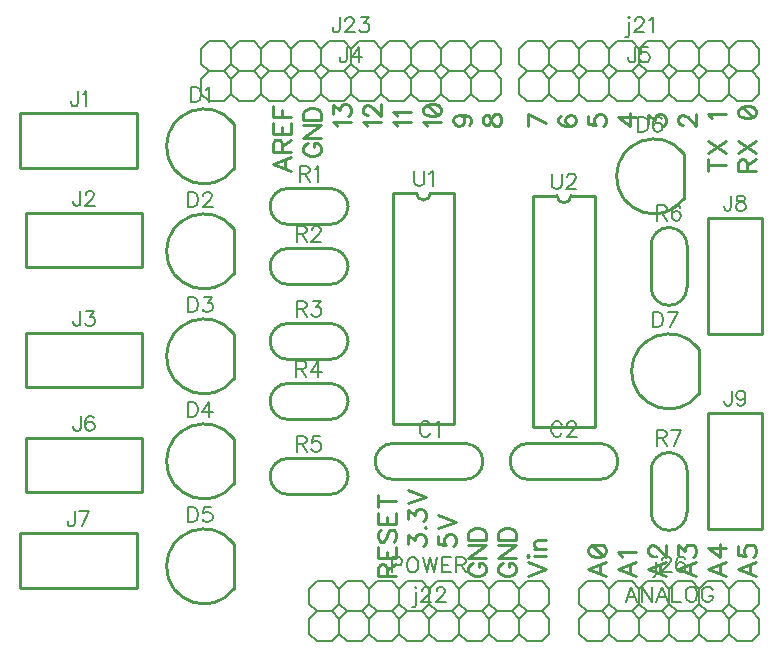
<source format=gbr>
G04 DipTrace 2.4.0.2*
%INTopSilk.gbr*%
%MOIN*%
%ADD10C,0.0098*%
%ADD16C,0.006*%
%ADD47C,0.0077*%
%ADD48C,0.0093*%
%FSLAX44Y44*%
G04*
G70*
G90*
G75*
G01*
%LNTopSilk*%
%LPD*%
X26690Y5440D2*
D16*
X27190D1*
X27440Y5190D1*
Y4690D1*
X27190Y4440D1*
X27440Y5190D2*
X27690Y5440D1*
X28190D1*
X28440Y5190D1*
Y4690D1*
X28190Y4440D1*
X27690D1*
X27440Y4690D1*
X25440Y5190D2*
X25690Y5440D1*
X26190D1*
X26440Y5190D1*
Y4690D1*
X26190Y4440D1*
X25690D1*
X25440Y4690D1*
X26690Y5440D2*
X26440Y5190D1*
Y4690D2*
X26690Y4440D1*
X27190D2*
X26690D1*
X23690Y5440D2*
X24190D1*
X24440Y5190D1*
Y4690D1*
X24190Y4440D1*
X24440Y5190D2*
X24690Y5440D1*
X25190D1*
X25440Y5190D1*
Y4690D1*
X25190Y4440D1*
X24690D1*
X24440Y4690D1*
X23440Y5190D2*
Y4690D1*
X23690Y5440D2*
X23440Y5190D1*
Y4690D2*
X23690Y4440D1*
X24190D2*
X23690D1*
X28690Y5440D2*
X29190D1*
X29440Y5190D1*
Y4690D1*
X29190Y4440D1*
X28690Y5440D2*
X28440Y5190D1*
Y4690D2*
X28690Y4440D1*
X29190D2*
X28690D1*
X23191Y23440D2*
X22691D1*
X22440Y23690D1*
Y24190D1*
X22691Y24440D1*
X24440Y23690D2*
X24191Y23440D1*
X23691D1*
X23440Y23690D1*
Y24190D1*
X23691Y24440D1*
X24191D1*
X24440Y24190D1*
X23191Y23440D2*
X23440Y23690D1*
Y24190D2*
X23191Y24440D1*
X22691D2*
X23191D1*
X26191Y23440D2*
X25691D1*
X25440Y23690D1*
Y24190D1*
X25691Y24440D1*
X25440Y23690D2*
X25191Y23440D1*
X24690D1*
X24440Y23690D1*
Y24190D1*
X24690Y24440D1*
X25191D1*
X25440Y24190D1*
X27440Y23690D2*
X27191Y23440D1*
X26690D1*
X26440Y23690D1*
Y24190D1*
X26690Y24440D1*
X27191D1*
X27440Y24190D1*
X26191Y23440D2*
X26440Y23690D1*
Y24190D2*
X26191Y24440D1*
X25691D2*
X26191D1*
X29191Y23440D2*
X28690D1*
X28440Y23690D1*
Y24190D1*
X28690Y24440D1*
X28440Y23690D2*
X28191Y23440D1*
X27690D1*
X27440Y23690D1*
Y24190D1*
X27690Y24440D1*
X28191D1*
X28440Y24190D1*
X29440Y23690D2*
Y24190D1*
X29191Y23440D2*
X29440Y23690D1*
Y24190D2*
X29191Y24440D1*
X28690D2*
X29191D1*
X22191Y23440D2*
X21690D1*
X21440Y23690D1*
Y24190D1*
X21690Y24440D1*
X22191Y23440D2*
X22440Y23690D1*
Y24190D2*
X22191Y24440D1*
X21690D2*
X22191D1*
X20690Y5440D2*
X21190D1*
X21440Y5190D1*
Y4690D1*
X21190Y4440D1*
X19440Y5190D2*
X19690Y5440D1*
X20190D1*
X20440Y5190D1*
Y4690D1*
X20190Y4440D1*
X19690D1*
X19440Y4690D1*
X20690Y5440D2*
X20440Y5190D1*
Y4690D2*
X20690Y4440D1*
X21190D2*
X20690D1*
X17690Y5440D2*
X18190D1*
X18440Y5190D1*
Y4690D1*
X18190Y4440D1*
X18440Y5190D2*
X18690Y5440D1*
X19191D1*
X19440Y5190D1*
Y4690D1*
X19191Y4440D1*
X18690D1*
X18440Y4690D1*
X16440Y5190D2*
X16690Y5440D1*
X17191D1*
X17440Y5190D1*
Y4690D1*
X17191Y4440D1*
X16690D1*
X16440Y4690D1*
X17690Y5440D2*
X17440Y5190D1*
Y4690D2*
X17690Y4440D1*
X18190D2*
X17690D1*
X14690Y5440D2*
X15191D1*
X15440Y5190D1*
Y4690D1*
X15191Y4440D1*
X15440Y5190D2*
X15690Y5440D1*
X16191D1*
X16440Y5190D1*
Y4690D1*
X16191Y4440D1*
X15690D1*
X15440Y4690D1*
X14440Y5190D2*
Y4690D1*
X14690Y5440D2*
X14440Y5190D1*
Y4690D2*
X14690Y4440D1*
X15191D2*
X14690D1*
X21690Y5440D2*
X22191D1*
X22440Y5190D1*
Y4690D1*
X22191Y4440D1*
X21690Y5440D2*
X21440Y5190D1*
Y4690D2*
X21690Y4440D1*
X22191D2*
X21690D1*
X12840Y23690D2*
X12590Y23440D1*
X12090D1*
X11840Y23690D1*
Y24190D1*
X12090Y24440D1*
X12590D1*
X12840Y24190D1*
X14590Y23440D2*
X14090D1*
X13840Y23690D1*
Y24190D1*
X14090Y24440D1*
X13840Y23690D2*
X13590Y23440D1*
X13090D1*
X12840Y23690D1*
Y24190D1*
X13090Y24440D1*
X13590D1*
X13840Y24190D1*
X15840Y23690D2*
X15590Y23440D1*
X15090D1*
X14840Y23690D1*
Y24190D1*
X15090Y24440D1*
X15590D1*
X15840Y24190D1*
X14590Y23440D2*
X14840Y23690D1*
Y24190D2*
X14590Y24440D1*
X14090D2*
X14590D1*
X17590Y23440D2*
X17090D1*
X16840Y23690D1*
Y24190D1*
X17090Y24440D1*
X16840Y23690D2*
X16590Y23440D1*
X16090D1*
X15840Y23690D1*
Y24190D1*
X16090Y24440D1*
X16590D1*
X16840Y24190D1*
X18840Y23690D2*
X18590Y23440D1*
X18090D1*
X17840Y23690D1*
Y24190D1*
X18090Y24440D1*
X18590D1*
X18840Y24190D1*
X17590Y23440D2*
X17840Y23690D1*
Y24190D2*
X17590Y24440D1*
X17090D2*
X17590D1*
X20590Y23440D2*
X20090D1*
X19840Y23690D1*
Y24190D1*
X20090Y24440D1*
X19840Y23690D2*
X19590Y23440D1*
X19090D1*
X18840Y23690D1*
Y24190D1*
X19090Y24440D1*
X19590D1*
X19840Y24190D1*
X20840Y23690D2*
Y24190D1*
X20590Y23440D2*
X20840Y23690D1*
Y24190D2*
X20590Y24440D1*
X20090D2*
X20590D1*
X11590Y23440D2*
X11090D1*
X10840Y23690D1*
Y24190D1*
X11090Y24440D1*
X11590Y23440D2*
X11840Y23690D1*
Y24190D2*
X11590Y24440D1*
X11090D2*
X11590D1*
X12840Y22690D2*
X12590Y22440D1*
X12090D1*
X11840Y22690D1*
Y23190D1*
X12090Y23440D1*
X12590D1*
X12840Y23190D1*
X14590Y22440D2*
X14090D1*
X13840Y22690D1*
Y23190D1*
X14090Y23440D1*
X13840Y22690D2*
X13590Y22440D1*
X13090D1*
X12840Y22690D1*
Y23190D1*
X13090Y23440D1*
X13590D1*
X13840Y23190D1*
X15840Y22690D2*
X15590Y22440D1*
X15090D1*
X14840Y22690D1*
Y23190D1*
X15090Y23440D1*
X15590D1*
X15840Y23190D1*
X14590Y22440D2*
X14840Y22690D1*
Y23190D2*
X14590Y23440D1*
X14090D2*
X14590D1*
X17590Y22440D2*
X17090D1*
X16840Y22690D1*
Y23190D1*
X17090Y23440D1*
X16840Y22690D2*
X16590Y22440D1*
X16090D1*
X15840Y22690D1*
Y23190D1*
X16090Y23440D1*
X16590D1*
X16840Y23190D1*
X18840Y22690D2*
X18590Y22440D1*
X18090D1*
X17840Y22690D1*
Y23190D1*
X18090Y23440D1*
X18590D1*
X18840Y23190D1*
X17590Y22440D2*
X17840Y22690D1*
Y23190D2*
X17590Y23440D1*
X17090D2*
X17590D1*
X20590Y22440D2*
X20090D1*
X19840Y22690D1*
Y23190D1*
X20090Y23440D1*
X19840Y22690D2*
X19590Y22440D1*
X19090D1*
X18840Y22690D1*
Y23190D1*
X19090Y23440D1*
X19590D1*
X19840Y23190D1*
X20840Y22690D2*
Y23190D1*
X20590Y22440D2*
X20840Y22690D1*
Y23190D2*
X20590Y23440D1*
X20090D2*
X20590D1*
X11590Y22440D2*
X11090D1*
X10840Y22690D1*
Y23190D1*
X11090Y23440D1*
X11590Y22440D2*
X11840Y22690D1*
Y23190D2*
X11590Y23440D1*
X11090D2*
X11590D1*
X23191Y22440D2*
X22691D1*
X22440Y22690D1*
Y23190D1*
X22691Y23440D1*
X24440Y22690D2*
X24191Y22440D1*
X23691D1*
X23440Y22690D1*
Y23190D1*
X23691Y23440D1*
X24191D1*
X24440Y23190D1*
X23191Y22440D2*
X23440Y22690D1*
Y23190D2*
X23191Y23440D1*
X22691D2*
X23191D1*
X26191Y22440D2*
X25691D1*
X25440Y22690D1*
Y23190D1*
X25691Y23440D1*
X25440Y22690D2*
X25191Y22440D1*
X24690D1*
X24440Y22690D1*
Y23190D1*
X24690Y23440D1*
X25191D1*
X25440Y23190D1*
X27440Y22690D2*
X27191Y22440D1*
X26690D1*
X26440Y22690D1*
Y23190D1*
X26690Y23440D1*
X27191D1*
X27440Y23190D1*
X26191Y22440D2*
X26440Y22690D1*
Y23190D2*
X26191Y23440D1*
X25691D2*
X26191D1*
X29191Y22440D2*
X28690D1*
X28440Y22690D1*
Y23190D1*
X28690Y23440D1*
X28440Y22690D2*
X28191Y22440D1*
X27690D1*
X27440Y22690D1*
Y23190D1*
X27690Y23440D1*
X28191D1*
X28440Y23190D1*
X29440Y22690D2*
Y23190D1*
X29191Y22440D2*
X29440Y22690D1*
Y23190D2*
X29191Y23440D1*
X28690D2*
X29191D1*
X22191Y22440D2*
X21690D1*
X21440Y22690D1*
Y23190D1*
X21690Y23440D1*
X22191Y22440D2*
X22440Y22690D1*
Y23190D2*
X22191Y23440D1*
X21690D2*
X22191D1*
X26690Y6440D2*
X27190D1*
X27440Y6190D1*
Y5690D1*
X27190Y5440D1*
X27440Y6190D2*
X27690Y6440D1*
X28190D1*
X28440Y6190D1*
Y5690D1*
X28190Y5440D1*
X27690D1*
X27440Y5690D1*
X25440Y6190D2*
X25690Y6440D1*
X26190D1*
X26440Y6190D1*
Y5690D1*
X26190Y5440D1*
X25690D1*
X25440Y5690D1*
X26690Y6440D2*
X26440Y6190D1*
Y5690D2*
X26690Y5440D1*
X27190D2*
X26690D1*
X23690Y6440D2*
X24190D1*
X24440Y6190D1*
Y5690D1*
X24190Y5440D1*
X24440Y6190D2*
X24690Y6440D1*
X25190D1*
X25440Y6190D1*
Y5690D1*
X25190Y5440D1*
X24690D1*
X24440Y5690D1*
X23440Y6190D2*
Y5690D1*
X23690Y6440D2*
X23440Y6190D1*
Y5690D2*
X23690Y5440D1*
X24190D2*
X23690D1*
X28690Y6440D2*
X29190D1*
X29440Y6190D1*
Y5690D1*
X29190Y5440D1*
X28690Y6440D2*
X28440Y6190D1*
Y5690D2*
X28690Y5440D1*
X29190D2*
X28690D1*
X20690Y6440D2*
X21190D1*
X21440Y6190D1*
Y5690D1*
X21190Y5440D1*
X19440Y6190D2*
X19690Y6440D1*
X20190D1*
X20440Y6190D1*
Y5690D1*
X20190Y5440D1*
X19690D1*
X19440Y5690D1*
X20690Y6440D2*
X20440Y6190D1*
Y5690D2*
X20690Y5440D1*
X21190D2*
X20690D1*
X17690Y6440D2*
X18190D1*
X18440Y6190D1*
Y5690D1*
X18190Y5440D1*
X18440Y6190D2*
X18690Y6440D1*
X19191D1*
X19440Y6190D1*
Y5690D1*
X19191Y5440D1*
X18690D1*
X18440Y5690D1*
X16440Y6190D2*
X16690Y6440D1*
X17191D1*
X17440Y6190D1*
Y5690D1*
X17191Y5440D1*
X16690D1*
X16440Y5690D1*
X17690Y6440D2*
X17440Y6190D1*
Y5690D2*
X17690Y5440D1*
X18190D2*
X17690D1*
X14690Y6440D2*
X15191D1*
X15440Y6190D1*
Y5690D1*
X15191Y5440D1*
X15440Y6190D2*
X15690Y6440D1*
X16191D1*
X16440Y6190D1*
Y5690D1*
X16191Y5440D1*
X15690D1*
X15440Y5690D1*
X14440Y6190D2*
Y5690D1*
X14690Y6440D2*
X14440Y6190D1*
Y5690D2*
X14690Y5440D1*
X15191D2*
X14690D1*
X21690Y6440D2*
X22191D1*
X22440Y6190D1*
Y5690D1*
X22191Y5440D1*
X21690Y6440D2*
X21440Y6190D1*
Y5690D2*
X21690Y5440D1*
X22191D2*
X21690D1*
X19639Y9840D2*
D10*
X17241D1*
X19639Y11040D2*
X17241D1*
G03X17241Y9840I-1J-600D01*
G01*
X19639D2*
G03X19639Y11040I1J600D01*
G01*
X24139Y9840D2*
X21741D1*
X24139Y11040D2*
X21741D1*
G03X21741Y9840I-1J-600D01*
G01*
X24139D2*
G03X24139Y11040I1J600D01*
G01*
X11940Y21690D2*
Y20191D1*
X11938Y21693D2*
G03X11938Y20188I-998J-752D01*
G01*
X11940Y18190D2*
Y16691D1*
X11938Y18193D2*
G03X11938Y16688I-998J-752D01*
G01*
X11940Y14690D2*
Y13191D1*
X11938Y14693D2*
G03X11938Y13188I-998J-752D01*
G01*
X11940Y11190D2*
Y9691D1*
X11938Y11193D2*
G03X11938Y9688I-998J-752D01*
G01*
X11940Y7690D2*
Y6191D1*
X11938Y7693D2*
G03X11938Y6188I-998J-752D01*
G01*
X26940Y20690D2*
Y19191D1*
X26938Y20693D2*
G03X26938Y19188I-998J-752D01*
G01*
X27440Y14190D2*
Y12691D1*
X27438Y14193D2*
G03X27438Y12688I-998J-752D01*
G01*
X8708Y20231D2*
X4810D1*
Y22043D1*
X8708D1*
Y20231D1*
X8889Y16913D2*
X4991D1*
Y18724D1*
X8889D1*
Y16913D1*
Y12913D2*
X4991D1*
Y14724D1*
X8889D1*
Y12913D1*
Y9413D2*
X4991D1*
Y11224D1*
X8889D1*
Y9413D1*
X8708Y6231D2*
X4810D1*
Y8043D1*
X8708D1*
Y6231D1*
X27731Y14672D2*
X29543D1*
Y18570D1*
X27731D1*
Y14672D1*
Y8172D2*
X29543D1*
Y12070D1*
X27731D1*
Y8172D1*
X15140Y19540D2*
X13741D1*
X15140Y18340D2*
X13741D1*
Y19540D2*
G03X13741Y18340I-1J-600D01*
G01*
X15140D2*
G03X15140Y19540I1J600D01*
G01*
Y17540D2*
X13741D1*
X15140Y16340D2*
X13741D1*
Y17540D2*
G03X13741Y16340I-1J-600D01*
G01*
X15140D2*
G03X15140Y17540I1J600D01*
G01*
Y15040D2*
X13741D1*
X15140Y13840D2*
X13741D1*
Y15040D2*
G03X13741Y13840I-1J-600D01*
G01*
X15140D2*
G03X15140Y15040I1J600D01*
G01*
Y13040D2*
X13741D1*
X15140Y11840D2*
X13741D1*
Y13040D2*
G03X13741Y11840I-1J-600D01*
G01*
X15140D2*
G03X15140Y13040I1J600D01*
G01*
Y10540D2*
X13741D1*
X15140Y9340D2*
X13741D1*
Y10540D2*
G03X13741Y9340I-1J-600D01*
G01*
X15140D2*
G03X15140Y10540I1J600D01*
G01*
X25840Y17640D2*
Y16241D1*
X27040Y17640D2*
Y16241D1*
X25840D2*
G03X27040Y16241I600J-1D01*
G01*
Y17640D2*
G03X25840Y17640I-600J1D01*
G01*
X27040Y8741D2*
Y10140D1*
X25840Y8741D2*
Y10140D1*
X27040D2*
G03X25840Y10140I-600J1D01*
G01*
Y8741D2*
G03X27040Y8741I600J-1D01*
G01*
X19280Y19389D2*
Y11672D1*
X17233D2*
X19280D1*
X17233Y19389D2*
Y11672D1*
Y19389D2*
X18020D1*
X19280D2*
X18492D1*
X18020D2*
G03X18492Y19389I236J0D01*
G01*
X23964Y19298D2*
Y11582D1*
X21916D2*
X23964D1*
X21916Y19298D2*
Y11582D1*
Y19298D2*
X22704D1*
X23964D2*
X23176D1*
X22704D2*
G03X23176Y19298I236J0D01*
G01*
X25373Y5765D2*
D47*
X25181Y6268D1*
X24990Y5765D1*
X25062Y5933D2*
X25301D1*
X25862Y6268D2*
Y5765D1*
X25527Y6268D1*
Y5765D1*
X26399D2*
X26208Y6268D1*
X26016Y5765D1*
X26088Y5933D2*
X26328D1*
X26554Y6268D2*
Y5765D1*
X26841D1*
X27139Y6268D2*
X27091Y6244D1*
X27043Y6196D1*
X27019Y6148D1*
X26995Y6077D1*
Y5957D1*
X27019Y5885D1*
X27043Y5837D1*
X27091Y5790D1*
X27139Y5765D1*
X27234D1*
X27282Y5790D1*
X27330Y5837D1*
X27354Y5885D1*
X27378Y5957D1*
Y6077D1*
X27354Y6148D1*
X27330Y6196D1*
X27282Y6244D1*
X27234Y6268D1*
X27139D1*
X27891Y6148D2*
X27867Y6196D1*
X27819Y6244D1*
X27771Y6268D1*
X27676D1*
X27628Y6244D1*
X27580Y6196D1*
X27556Y6148D1*
X27532Y6077D1*
Y5957D1*
X27556Y5885D1*
X27580Y5837D1*
X27628Y5790D1*
X27676Y5765D1*
X27771D1*
X27819Y5790D1*
X27867Y5837D1*
X27891Y5885D1*
Y5957D1*
X27771D1*
X25082Y25243D2*
X25106Y25219D1*
X25130Y25243D1*
X25106Y25266D1*
X25082Y25243D1*
X25106Y25075D2*
Y24668D1*
X25082Y24597D1*
X25035Y24573D1*
X24986D1*
X25309Y25122D2*
Y25146D1*
X25333Y25194D1*
X25356Y25218D1*
X25405Y25242D1*
X25500D1*
X25548Y25218D1*
X25571Y25194D1*
X25596Y25146D1*
Y25098D1*
X25571Y25050D1*
X25524Y24979D1*
X25285Y24740D1*
X25620D1*
X25774Y25146D2*
X25822Y25170D1*
X25894Y25242D1*
Y24740D1*
X17975Y6243D2*
X17999Y6219D1*
X18023Y6243D1*
X17999Y6266D1*
X17975Y6243D1*
X17999Y6075D2*
Y5668D1*
X17975Y5597D1*
X17927Y5573D1*
X17879D1*
X18201Y6122D2*
Y6146D1*
X18225Y6194D1*
X18249Y6218D1*
X18297Y6242D1*
X18393D1*
X18440Y6218D1*
X18464Y6194D1*
X18488Y6146D1*
Y6098D1*
X18464Y6050D1*
X18416Y5979D1*
X18177Y5740D1*
X18512D1*
X18691Y6122D2*
Y6146D1*
X18714Y6194D1*
X18738Y6218D1*
X18786Y6242D1*
X18882D1*
X18929Y6218D1*
X18953Y6194D1*
X18978Y6146D1*
Y6098D1*
X18953Y6050D1*
X18906Y5979D1*
X18666Y5740D1*
X19001D1*
X15470Y25242D2*
Y24860D1*
X15447Y24788D1*
X15422Y24764D1*
X15375Y24740D1*
X15327D1*
X15279Y24764D1*
X15255Y24788D1*
X15231Y24860D1*
Y24907D1*
X15649Y25122D2*
Y25146D1*
X15673Y25194D1*
X15697Y25218D1*
X15745Y25242D1*
X15840D1*
X15888Y25218D1*
X15912Y25194D1*
X15936Y25146D1*
Y25098D1*
X15912Y25050D1*
X15864Y24979D1*
X15625Y24740D1*
X15960D1*
X16162Y25242D2*
X16425D1*
X16282Y25050D1*
X16354D1*
X16401Y25027D1*
X16425Y25003D1*
X16449Y24931D1*
Y24883D1*
X16425Y24812D1*
X16377Y24763D1*
X16305Y24740D1*
X16234D1*
X16162Y24763D1*
X16139Y24788D1*
X16114Y24835D1*
X15703Y24242D2*
Y23860D1*
X15680Y23788D1*
X15655Y23764D1*
X15608Y23740D1*
X15560D1*
X15512Y23764D1*
X15488Y23788D1*
X15464Y23860D1*
Y23907D1*
X16097Y23740D2*
Y24242D1*
X15858Y23907D1*
X16216D1*
X25315Y24242D2*
Y23860D1*
X25291Y23788D1*
X25267Y23764D1*
X25220Y23740D1*
X25171D1*
X25124Y23764D1*
X25100Y23788D1*
X25076Y23860D1*
Y23907D1*
X25756Y24242D2*
X25518D1*
X25494Y24027D1*
X25518Y24050D1*
X25589Y24075D1*
X25661D1*
X25733Y24050D1*
X25781Y24003D1*
X25804Y23931D1*
Y23883D1*
X25781Y23812D1*
X25733Y23763D1*
X25661Y23740D1*
X25589D1*
X25518Y23763D1*
X25494Y23788D1*
X25470Y23835D1*
X25987Y7268D2*
X26011Y7245D1*
X26035Y7268D1*
X26011Y7292D1*
X25987Y7268D1*
X26011Y7101D2*
Y6694D1*
X25987Y6622D1*
X25939Y6599D1*
X25891D1*
X26214Y7148D2*
Y7172D1*
X26237Y7220D1*
X26261Y7244D1*
X26309Y7267D1*
X26405D1*
X26452Y7244D1*
X26476Y7220D1*
X26500Y7172D1*
Y7124D1*
X26476Y7076D1*
X26429Y7005D1*
X26189Y6765D1*
X26524D1*
X26965Y7196D2*
X26942Y7244D1*
X26870Y7267D1*
X26822D1*
X26750Y7244D1*
X26702Y7172D1*
X26679Y7052D1*
Y6933D1*
X26702Y6837D1*
X26750Y6789D1*
X26822Y6765D1*
X26846D1*
X26917Y6789D1*
X26965Y6837D1*
X26989Y6909D1*
Y6933D1*
X26965Y7005D1*
X26917Y7052D1*
X26846Y7076D1*
X26822D1*
X26750Y7052D1*
X26702Y7005D1*
X26679Y6933D1*
X17211Y6979D2*
X17426D1*
X17497Y7003D1*
X17522Y7027D1*
X17546Y7075D1*
Y7146D1*
X17522Y7194D1*
X17497Y7218D1*
X17426Y7242D1*
X17211D1*
Y6740D1*
X17844Y7242D2*
X17796Y7218D1*
X17748Y7170D1*
X17724Y7123D1*
X17700Y7051D1*
Y6931D1*
X17724Y6860D1*
X17748Y6812D1*
X17796Y6764D1*
X17844Y6740D1*
X17939D1*
X17987Y6764D1*
X18035Y6812D1*
X18059Y6860D1*
X18082Y6931D1*
Y7051D1*
X18059Y7123D1*
X18035Y7170D1*
X17987Y7218D1*
X17939Y7242D1*
X17844D1*
X18237D2*
X18357Y6740D1*
X18476Y7242D1*
X18595Y6740D1*
X18715Y7242D1*
X19180D2*
X18870D1*
Y6740D1*
X19180D1*
X18870Y7003D2*
X19061D1*
X19335D2*
X19550D1*
X19622Y7027D1*
X19646Y7051D1*
X19670Y7098D1*
Y7146D1*
X19646Y7194D1*
X19622Y7218D1*
X19550Y7242D1*
X19335D1*
Y6740D1*
X19502Y7003D2*
X19670Y6740D1*
X18482Y11653D2*
X18459Y11701D1*
X18410Y11749D1*
X18363Y11772D1*
X18267D1*
X18219Y11749D1*
X18172Y11701D1*
X18147Y11653D1*
X18124Y11581D1*
Y11461D1*
X18147Y11390D1*
X18172Y11342D1*
X18219Y11294D1*
X18267Y11270D1*
X18363D1*
X18410Y11294D1*
X18459Y11342D1*
X18482Y11390D1*
X18637Y11676D2*
X18685Y11701D1*
X18757Y11772D1*
Y11270D1*
X22875Y11653D2*
X22851Y11701D1*
X22803Y11749D1*
X22755Y11772D1*
X22660D1*
X22612Y11749D1*
X22564Y11701D1*
X22540Y11653D1*
X22516Y11581D1*
Y11461D1*
X22540Y11390D1*
X22564Y11342D1*
X22612Y11294D1*
X22660Y11270D1*
X22755D1*
X22803Y11294D1*
X22851Y11342D1*
X22875Y11390D1*
X23054Y11652D2*
Y11676D1*
X23077Y11724D1*
X23101Y11748D1*
X23149Y11772D1*
X23245D1*
X23292Y11748D1*
X23316Y11724D1*
X23340Y11676D1*
Y11629D1*
X23316Y11581D1*
X23269Y11509D1*
X23029Y11270D1*
X23364D1*
X10510Y22922D2*
Y22420D1*
X10678D1*
X10750Y22444D1*
X10798Y22492D1*
X10822Y22540D1*
X10845Y22611D1*
Y22731D1*
X10822Y22803D1*
X10798Y22850D1*
X10750Y22898D1*
X10678Y22922D1*
X10510D1*
X11000Y22826D2*
X11048Y22850D1*
X11120Y22922D1*
Y22420D1*
X10403Y19422D2*
Y18920D1*
X10570D1*
X10642Y18944D1*
X10690Y18992D1*
X10714Y19040D1*
X10738Y19111D1*
Y19231D1*
X10714Y19303D1*
X10690Y19350D1*
X10642Y19398D1*
X10570Y19422D1*
X10403D1*
X10917Y19302D2*
Y19326D1*
X10940Y19374D1*
X10964Y19398D1*
X11012Y19422D1*
X11108D1*
X11155Y19398D1*
X11179Y19374D1*
X11203Y19326D1*
Y19278D1*
X11179Y19230D1*
X11132Y19159D1*
X10892Y18920D1*
X11227D1*
X10403Y15922D2*
Y15420D1*
X10570D1*
X10642Y15444D1*
X10690Y15492D1*
X10714Y15540D1*
X10738Y15611D1*
Y15731D1*
X10714Y15803D1*
X10690Y15850D1*
X10642Y15898D1*
X10570Y15922D1*
X10403D1*
X10940D2*
X11203D1*
X11060Y15730D1*
X11132D1*
X11179Y15707D1*
X11203Y15683D1*
X11227Y15611D1*
Y15563D1*
X11203Y15492D1*
X11155Y15444D1*
X11084Y15420D1*
X11012D1*
X10940Y15444D1*
X10917Y15468D1*
X10892Y15515D1*
X10391Y12422D2*
Y11920D1*
X10559D1*
X10630Y11944D1*
X10678Y11992D1*
X10702Y12040D1*
X10726Y12111D1*
Y12231D1*
X10702Y12303D1*
X10678Y12350D1*
X10630Y12398D1*
X10559Y12422D1*
X10391D1*
X11120Y11920D2*
Y12422D1*
X10880Y12087D1*
X11239D1*
X10403Y8922D2*
Y8420D1*
X10570D1*
X10642Y8444D1*
X10690Y8492D1*
X10714Y8540D1*
X10738Y8611D1*
Y8731D1*
X10714Y8803D1*
X10690Y8850D1*
X10642Y8898D1*
X10570Y8922D1*
X10403D1*
X11179D2*
X10940D1*
X10917Y8707D1*
X10940Y8730D1*
X11012Y8755D1*
X11084D1*
X11155Y8730D1*
X11203Y8683D1*
X11227Y8611D1*
Y8563D1*
X11203Y8492D1*
X11155Y8444D1*
X11084Y8420D1*
X11012D1*
X10940Y8444D1*
X10917Y8468D1*
X10892Y8515D1*
X25415Y21922D2*
Y21420D1*
X25583D1*
X25654Y21444D1*
X25703Y21492D1*
X25726Y21540D1*
X25750Y21611D1*
Y21731D1*
X25726Y21803D1*
X25703Y21850D1*
X25654Y21898D1*
X25583Y21922D1*
X25415D1*
X26191Y21850D2*
X26168Y21898D1*
X26096Y21922D1*
X26048D1*
X25976Y21898D1*
X25928Y21826D1*
X25904Y21707D1*
Y21587D1*
X25928Y21492D1*
X25976Y21444D1*
X26048Y21420D1*
X26072D1*
X26143Y21444D1*
X26191Y21492D1*
X26215Y21563D1*
Y21587D1*
X26191Y21659D1*
X26143Y21707D1*
X26072Y21730D1*
X26048D1*
X25976Y21707D1*
X25928Y21659D1*
X25904Y21587D1*
X25903Y15422D2*
Y14920D1*
X26070D1*
X26142Y14944D1*
X26190Y14992D1*
X26214Y15040D1*
X26238Y15111D1*
Y15231D1*
X26214Y15303D1*
X26190Y15350D1*
X26142Y15398D1*
X26070Y15422D1*
X25903D1*
X26488Y14920D2*
X26727Y15422D1*
X26392D1*
X6742Y22775D2*
Y22392D1*
X6718Y22320D1*
X6693Y22297D1*
X6646Y22272D1*
X6598D1*
X6550Y22297D1*
X6527Y22320D1*
X6502Y22392D1*
Y22440D1*
X6896Y22679D2*
X6944Y22703D1*
X7016Y22774D1*
Y22272D1*
X6815Y19456D2*
Y19073D1*
X6791Y19002D1*
X6767Y18978D1*
X6720Y18953D1*
X6671D1*
X6624Y18978D1*
X6600Y19002D1*
X6576Y19073D1*
Y19121D1*
X6994Y19336D2*
Y19360D1*
X7018Y19408D1*
X7041Y19432D1*
X7089Y19455D1*
X7185D1*
X7233Y19432D1*
X7256Y19408D1*
X7281Y19360D1*
Y19312D1*
X7256Y19264D1*
X7209Y19193D1*
X6970Y18953D1*
X7304D1*
X6815Y15456D2*
Y15073D1*
X6791Y15002D1*
X6767Y14978D1*
X6720Y14953D1*
X6671D1*
X6624Y14978D1*
X6600Y15002D1*
X6576Y15073D1*
Y15121D1*
X7018Y15455D2*
X7280D1*
X7137Y15264D1*
X7209D1*
X7256Y15240D1*
X7280Y15217D1*
X7304Y15145D1*
Y15097D1*
X7280Y15025D1*
X7233Y14977D1*
X7161Y14953D1*
X7089D1*
X7018Y14977D1*
X6994Y15002D1*
X6970Y15049D1*
X6827Y11956D2*
Y11573D1*
X6804Y11502D1*
X6779Y11478D1*
X6732Y11453D1*
X6684D1*
X6636Y11478D1*
X6612Y11502D1*
X6588Y11573D1*
Y11621D1*
X7269Y11884D2*
X7245Y11932D1*
X7173Y11955D1*
X7125D1*
X7054Y11932D1*
X7005Y11860D1*
X6982Y11740D1*
Y11621D1*
X7005Y11525D1*
X7054Y11477D1*
X7125Y11453D1*
X7149D1*
X7220Y11477D1*
X7269Y11525D1*
X7292Y11597D1*
Y11621D1*
X7269Y11693D1*
X7220Y11740D1*
X7149Y11764D1*
X7125D1*
X7054Y11740D1*
X7005Y11693D1*
X6982Y11621D1*
X6634Y8775D2*
Y8392D1*
X6610Y8320D1*
X6586Y8297D1*
X6538Y8272D1*
X6490D1*
X6443Y8297D1*
X6419Y8320D1*
X6395Y8392D1*
Y8440D1*
X6884Y8272D2*
X7123Y8774D1*
X6788D1*
X28512Y19302D2*
Y18920D1*
X28489Y18848D1*
X28464Y18824D1*
X28417Y18800D1*
X28369D1*
X28321Y18824D1*
X28297Y18848D1*
X28273Y18920D1*
Y18967D1*
X28786Y19302D2*
X28715Y19278D1*
X28690Y19230D1*
Y19182D1*
X28715Y19135D1*
X28762Y19111D1*
X28858Y19087D1*
X28930Y19063D1*
X28977Y19015D1*
X29001Y18967D1*
Y18896D1*
X28977Y18848D1*
X28954Y18824D1*
X28882Y18800D1*
X28786D1*
X28715Y18824D1*
X28690Y18848D1*
X28667Y18896D1*
Y18967D1*
X28690Y19015D1*
X28739Y19063D1*
X28810Y19087D1*
X28905Y19111D1*
X28954Y19135D1*
X28977Y19182D1*
Y19230D1*
X28954Y19278D1*
X28882Y19302D1*
X28786D1*
X28524Y12802D2*
Y12420D1*
X28500Y12348D1*
X28476Y12324D1*
X28428Y12300D1*
X28380D1*
X28333Y12324D1*
X28309Y12348D1*
X28285Y12420D1*
Y12467D1*
X28989Y12635D2*
X28965Y12563D1*
X28918Y12515D1*
X28846Y12491D1*
X28822D1*
X28750Y12515D1*
X28703Y12563D1*
X28678Y12635D1*
Y12659D1*
X28703Y12730D1*
X28750Y12778D1*
X28822Y12802D1*
X28846D1*
X28918Y12778D1*
X28965Y12730D1*
X28989Y12635D1*
Y12515D1*
X28965Y12396D1*
X28918Y12324D1*
X28846Y12300D1*
X28798D1*
X28726Y12324D1*
X28703Y12372D1*
X14136Y20033D2*
X14351D1*
X14422Y20057D1*
X14447Y20081D1*
X14470Y20129D1*
Y20177D1*
X14447Y20224D1*
X14422Y20249D1*
X14351Y20272D1*
X14136D1*
Y19770D1*
X14303Y20033D2*
X14470Y19770D1*
X14625Y20176D2*
X14673Y20201D1*
X14745Y20272D1*
Y19770D1*
X14028Y18033D2*
X14243D1*
X14315Y18057D1*
X14339Y18081D1*
X14363Y18129D1*
Y18177D1*
X14339Y18224D1*
X14315Y18249D1*
X14243Y18272D1*
X14028D1*
Y17770D1*
X14195Y18033D2*
X14363Y17770D1*
X14542Y18152D2*
Y18176D1*
X14565Y18224D1*
X14589Y18248D1*
X14637Y18272D1*
X14733D1*
X14780Y18248D1*
X14804Y18224D1*
X14829Y18176D1*
Y18129D1*
X14804Y18081D1*
X14757Y18009D1*
X14517Y17770D1*
X14852D1*
X14028Y15533D2*
X14243D1*
X14315Y15557D1*
X14339Y15581D1*
X14363Y15629D1*
Y15677D1*
X14339Y15724D1*
X14315Y15749D1*
X14243Y15772D1*
X14028D1*
Y15270D1*
X14195Y15533D2*
X14363Y15270D1*
X14565Y15772D2*
X14828D1*
X14685Y15581D1*
X14757D1*
X14804Y15557D1*
X14828Y15533D1*
X14852Y15461D1*
Y15414D1*
X14828Y15342D1*
X14780Y15294D1*
X14709Y15270D1*
X14637D1*
X14565Y15294D1*
X14542Y15318D1*
X14517Y15366D1*
X14016Y13533D2*
X14231D1*
X14303Y13557D1*
X14327Y13581D1*
X14351Y13629D1*
Y13677D1*
X14327Y13724D1*
X14303Y13749D1*
X14231Y13772D1*
X14016D1*
Y13270D1*
X14184Y13533D2*
X14351Y13270D1*
X14745D2*
Y13772D1*
X14505Y13437D1*
X14864D1*
X14028Y11033D2*
X14243D1*
X14315Y11057D1*
X14339Y11081D1*
X14363Y11129D1*
Y11177D1*
X14339Y11224D1*
X14315Y11249D1*
X14243Y11272D1*
X14028D1*
Y10770D1*
X14195Y11033D2*
X14363Y10770D1*
X14804Y11272D2*
X14565D1*
X14542Y11057D1*
X14565Y11081D1*
X14637Y11105D1*
X14709D1*
X14780Y11081D1*
X14829Y11033D1*
X14852Y10961D1*
Y10914D1*
X14829Y10842D1*
X14780Y10794D1*
X14709Y10770D1*
X14637D1*
X14565Y10794D1*
X14542Y10818D1*
X14517Y10866D1*
X26040Y18733D2*
X26255D1*
X26327Y18757D1*
X26351Y18781D1*
X26375Y18829D1*
Y18877D1*
X26351Y18924D1*
X26327Y18949D1*
X26255Y18972D1*
X26040D1*
Y18470D1*
X26208Y18733D2*
X26375Y18470D1*
X26816Y18901D2*
X26793Y18948D1*
X26721Y18972D1*
X26673D1*
X26601Y18948D1*
X26553Y18876D1*
X26530Y18757D1*
Y18637D1*
X26553Y18542D1*
X26601Y18494D1*
X26673Y18470D1*
X26697D1*
X26768Y18494D1*
X26816Y18542D1*
X26840Y18614D1*
Y18637D1*
X26816Y18709D1*
X26768Y18757D1*
X26697Y18781D1*
X26673D1*
X26601Y18757D1*
X26553Y18709D1*
X26530Y18637D1*
X26028Y11233D2*
X26243D1*
X26315Y11257D1*
X26339Y11281D1*
X26363Y11329D1*
Y11377D1*
X26339Y11424D1*
X26315Y11449D1*
X26243Y11472D1*
X26028D1*
Y10970D1*
X26195Y11233D2*
X26363Y10970D1*
X26613D2*
X26852Y11472D1*
X26517D1*
X17952Y20121D2*
Y19763D1*
X17975Y19691D1*
X18023Y19643D1*
X18095Y19619D1*
X18143D1*
X18215Y19643D1*
X18263Y19691D1*
X18287Y19763D1*
Y20121D1*
X18441Y20025D2*
X18489Y20049D1*
X18561Y20121D1*
Y19619D1*
X22528Y20031D2*
Y19672D1*
X22552Y19600D1*
X22600Y19553D1*
X22672Y19528D1*
X22719D1*
X22791Y19553D1*
X22839Y19600D1*
X22863Y19672D1*
Y20031D1*
X23042Y19911D2*
Y19934D1*
X23065Y19983D1*
X23089Y20006D1*
X23137Y20030D1*
X23233D1*
X23280Y20006D1*
X23304Y19983D1*
X23329Y19934D1*
Y19887D1*
X23304Y19839D1*
X23257Y19768D1*
X23017Y19528D1*
X23352D1*
X17034Y6621D2*
D48*
Y6879D1*
X17005Y6965D1*
X16976Y6994D1*
X16919Y7023D1*
X16862D1*
X16805Y6994D1*
X16775Y6965D1*
X16747Y6879D1*
Y6621D1*
X17350D1*
X17034Y6822D2*
X17350Y7023D1*
X16747Y7581D2*
Y7208D1*
X17350D1*
Y7581D1*
X17034Y7208D2*
Y7437D1*
X16833Y8168D2*
X16775Y8111D1*
X16747Y8025D1*
Y7910D1*
X16775Y7824D1*
X16833Y7766D1*
X16890D1*
X16948Y7795D1*
X16976Y7824D1*
X17005Y7881D1*
X17063Y8053D1*
X17091Y8111D1*
X17120Y8139D1*
X17177Y8168D1*
X17263D1*
X17321Y8111D1*
X17350Y8025D1*
Y7910D1*
X17321Y7824D1*
X17263Y7766D1*
X16747Y8726D2*
Y8353D1*
X17350D1*
Y8726D1*
X17034Y8353D2*
Y8583D1*
X16747Y9112D2*
X17350D1*
X16747Y8911D2*
Y9313D1*
X18748Y7965D2*
Y7678D1*
X19005Y7650D1*
X18977Y7678D1*
X18948Y7765D1*
Y7850D1*
X18977Y7936D1*
X19034Y7994D1*
X19120Y8023D1*
X19177D1*
X19263Y7994D1*
X19321Y7936D1*
X19350Y7850D1*
Y7765D1*
X19321Y7678D1*
X19292Y7650D1*
X19235Y7621D1*
X18747Y8208D2*
X19350Y8437D1*
X18747Y8667D1*
X29350Y7080D2*
X28747Y6850D1*
X29350Y6621D1*
X29149Y6707D2*
Y6994D1*
X28748Y7610D2*
Y7323D1*
X29005Y7295D1*
X28977Y7323D1*
X28948Y7410D1*
Y7495D1*
X28977Y7581D1*
X29034Y7639D1*
X29120Y7668D1*
X29177D1*
X29263Y7639D1*
X29321Y7581D1*
X29350Y7495D1*
Y7410D1*
X29321Y7323D1*
X29292Y7295D1*
X29235Y7266D1*
X29034Y20121D2*
Y20379D1*
X29005Y20465D1*
X28976Y20494D1*
X28919Y20523D1*
X28862D1*
X28805Y20494D1*
X28775Y20465D1*
X28747Y20379D1*
Y20121D1*
X29350D1*
X29034Y20322D2*
X29350Y20523D1*
X28747Y20708D2*
X29350Y21110D1*
X28747D2*
X29350Y20708D1*
X28748Y22051D2*
X28776Y21965D1*
X28862Y21907D1*
X29005Y21878D1*
X29092D1*
X29235Y21907D1*
X29321Y21965D1*
X29350Y22051D1*
Y22108D1*
X29321Y22194D1*
X29235Y22251D1*
X29092Y22280D1*
X29005D1*
X28862Y22251D1*
X28776Y22194D1*
X28748Y22108D1*
Y22051D1*
X28862Y22251D2*
X29235Y21907D1*
X17748Y7678D2*
Y7993D1*
X17977Y7822D1*
Y7908D1*
X18005Y7965D1*
X18034Y7993D1*
X18120Y8023D1*
X18177D1*
X18263Y7993D1*
X18321Y7936D1*
X18350Y7850D1*
Y7764D1*
X18321Y7678D1*
X18292Y7650D1*
X18235Y7621D1*
X18292Y8236D2*
X18321Y8208D1*
X18350Y8236D1*
X18321Y8266D1*
X18292Y8236D1*
X17748Y8509D2*
Y8824D1*
X17977Y8652D1*
Y8738D1*
X18005Y8795D1*
X18034Y8824D1*
X18120Y8853D1*
X18177D1*
X18263Y8824D1*
X18321Y8767D1*
X18350Y8680D1*
Y8594D1*
X18321Y8509D1*
X18292Y8480D1*
X18235Y8451D1*
X17747Y9038D2*
X18350Y9268D1*
X17747Y9497D1*
X19890Y7051D2*
X19833Y7023D1*
X19775Y6965D1*
X19747Y6908D1*
Y6793D1*
X19775Y6735D1*
X19833Y6678D1*
X19890Y6649D1*
X19976Y6621D1*
X20120D1*
X20206Y6649D1*
X20263Y6678D1*
X20321Y6735D1*
X20350Y6793D1*
Y6908D1*
X20321Y6965D1*
X20263Y7023D1*
X20206Y7051D1*
X20120D1*
Y6908D1*
X19747Y7638D2*
X20350D1*
X19747Y7236D1*
X20350D1*
X19747Y7824D2*
X20350D1*
Y8025D1*
X20321Y8111D1*
X20263Y8169D1*
X20206Y8197D1*
X20120Y8226D1*
X19976D1*
X19890Y8197D1*
X19833Y8169D1*
X19775Y8111D1*
X19747Y8025D1*
Y7824D1*
X20890Y7051D2*
X20833Y7023D1*
X20775Y6965D1*
X20747Y6908D1*
Y6793D1*
X20775Y6735D1*
X20833Y6678D1*
X20890Y6649D1*
X20976Y6621D1*
X21120D1*
X21206Y6649D1*
X21263Y6678D1*
X21321Y6735D1*
X21350Y6793D1*
Y6908D1*
X21321Y6965D1*
X21263Y7023D1*
X21206Y7051D1*
X21120D1*
Y6908D1*
X20747Y7638D2*
X21350D1*
X20747Y7236D1*
X21350D1*
X20747Y7824D2*
X21350D1*
Y8025D1*
X21321Y8111D1*
X21263Y8169D1*
X21206Y8197D1*
X21120Y8226D1*
X20976D1*
X20890Y8197D1*
X20833Y8169D1*
X20775Y8111D1*
X20747Y8025D1*
Y7824D1*
X21747Y6621D2*
X22350Y6850D1*
X21747Y7080D1*
Y7265D2*
X21775Y7294D1*
X21747Y7323D1*
X21718Y7294D1*
X21747Y7265D1*
X21948Y7294D2*
X22350D1*
X21948Y7508D2*
X22350D1*
X22063D2*
X21976Y7594D1*
X21948Y7652D1*
Y7737D1*
X21976Y7795D1*
X22063Y7824D1*
X22350D1*
X28350Y7080D2*
X27747Y6850D1*
X28350Y6621D1*
X28149Y6707D2*
Y6994D1*
X28350Y7553D2*
X27748D1*
X28149Y7266D1*
Y7696D1*
X27350Y7080D2*
X26747Y6850D1*
X27350Y6621D1*
X27149Y6707D2*
Y6994D1*
X26748Y7323D2*
Y7638D1*
X26977Y7467D1*
Y7553D1*
X27005Y7610D1*
X27034Y7638D1*
X27120Y7668D1*
X27177D1*
X27263Y7638D1*
X27321Y7581D1*
X27350Y7495D1*
Y7409D1*
X27321Y7323D1*
X27292Y7295D1*
X27235Y7266D1*
X26350Y7080D2*
X25747Y6850D1*
X26350Y6621D1*
X26149Y6707D2*
Y6994D1*
X25891Y7295D2*
X25862D1*
X25805Y7323D1*
X25776Y7352D1*
X25748Y7410D1*
Y7524D1*
X25776Y7581D1*
X25805Y7610D1*
X25862Y7639D1*
X25919D1*
X25977Y7610D1*
X26063Y7553D1*
X26350Y7266D1*
Y7668D1*
X25350Y7080D2*
X24747Y6850D1*
X25350Y6621D1*
X25149Y6707D2*
Y6994D1*
X24862Y7266D2*
X24833Y7323D1*
X24748Y7410D1*
X25350D1*
X24350Y7080D2*
X23747Y6850D1*
X24350Y6621D1*
X24149Y6707D2*
Y6994D1*
X23748Y7438D2*
X23776Y7352D1*
X23862Y7294D1*
X24005Y7266D1*
X24092D1*
X24235Y7294D1*
X24321Y7352D1*
X24350Y7438D1*
Y7495D1*
X24321Y7581D1*
X24235Y7638D1*
X24092Y7668D1*
X24005D1*
X23862Y7638D1*
X23776Y7581D1*
X23748Y7495D1*
Y7438D1*
X23862Y7638D2*
X24235Y7294D1*
X27747Y20322D2*
X28350D1*
X27747Y20121D2*
Y20523D1*
Y20708D2*
X28350Y21110D1*
X27747D2*
X28350Y20708D1*
X27862Y21878D2*
X27833Y21936D1*
X27748Y22022D1*
X28350D1*
X26891Y21650D2*
X26862D1*
X26805Y21678D1*
X26776Y21707D1*
X26748Y21765D1*
Y21879D1*
X26776Y21936D1*
X26805Y21965D1*
X26862Y21994D1*
X26919D1*
X26977Y21965D1*
X27063Y21908D1*
X27350Y21621D1*
Y22023D1*
X25350Y21908D2*
X24748D1*
X25149Y21621D1*
Y22051D1*
X23748Y21965D2*
Y21678D1*
X24005Y21650D1*
X23977Y21678D1*
X23948Y21765D1*
Y21850D1*
X23977Y21936D1*
X24034Y21994D1*
X24120Y22023D1*
X24177D1*
X24263Y21994D1*
X24321Y21936D1*
X24350Y21850D1*
Y21765D1*
X24321Y21678D1*
X24292Y21650D1*
X24235Y21621D1*
X22833Y21965D2*
X22776Y21936D1*
X22748Y21850D1*
Y21793D1*
X22776Y21707D1*
X22862Y21649D1*
X23005Y21621D1*
X23149D1*
X23263Y21649D1*
X23321Y21707D1*
X23350Y21793D1*
Y21822D1*
X23321Y21907D1*
X23263Y21965D1*
X23177Y21993D1*
X23149D1*
X23063Y21965D1*
X23005Y21907D1*
X22977Y21822D1*
Y21793D1*
X23005Y21707D1*
X23063Y21649D1*
X23149Y21621D1*
X25748Y21678D2*
Y21993D1*
X25977Y21822D1*
Y21908D1*
X26005Y21965D1*
X26034Y21993D1*
X26120Y22023D1*
X26177D1*
X26263Y21993D1*
X26321Y21936D1*
X26350Y21850D1*
Y21764D1*
X26321Y21678D1*
X26292Y21650D1*
X26235Y21621D1*
X22350Y21735D2*
X21748Y22023D1*
Y21621D1*
X15362D2*
X15333Y21678D1*
X15248Y21765D1*
X15850D1*
X15248Y22008D2*
Y22323D1*
X15477Y22151D1*
Y22237D1*
X15505Y22294D1*
X15534Y22323D1*
X15620Y22352D1*
X15677D1*
X15763Y22323D1*
X15821Y22266D1*
X15850Y22179D1*
Y22093D1*
X15821Y22008D1*
X15792Y21979D1*
X15735Y21950D1*
X19448Y21994D2*
X19534Y21965D1*
X19592Y21908D1*
X19620Y21822D1*
Y21793D1*
X19592Y21707D1*
X19534Y21650D1*
X19448Y21621D1*
X19419D1*
X19333Y21650D1*
X19276Y21707D1*
X19248Y21793D1*
Y21822D1*
X19276Y21908D1*
X19333Y21965D1*
X19448Y21994D1*
X19592D1*
X19735Y21965D1*
X19821Y21908D1*
X19850Y21822D1*
Y21765D1*
X19821Y21678D1*
X19763Y21650D1*
X18362Y21621D2*
X18333Y21678D1*
X18248Y21765D1*
X18850D1*
X18248Y22122D2*
X18276Y22036D1*
X18362Y21978D1*
X18505Y21950D1*
X18592D1*
X18735Y21978D1*
X18821Y22036D1*
X18850Y22122D1*
Y22179D1*
X18821Y22266D1*
X18735Y22323D1*
X18592Y22352D1*
X18505D1*
X18362Y22323D1*
X18276Y22266D1*
X18248Y22179D1*
Y22122D1*
X18362Y22323D2*
X18735Y21978D1*
X17362Y21621D2*
X17333Y21678D1*
X17248Y21765D1*
X17850D1*
X17362Y21950D2*
X17333Y22008D1*
X17248Y22094D1*
X17850D1*
X16362Y21621D2*
X16333Y21678D1*
X16248Y21765D1*
X16850D1*
X16391Y21979D2*
X16362D1*
X16305Y22008D1*
X16276Y22036D1*
X16248Y22094D1*
Y22209D1*
X16276Y22266D1*
X16305Y22294D1*
X16362Y22323D1*
X16419D1*
X16477Y22294D1*
X16563Y22237D1*
X16850Y21950D1*
Y22352D1*
X20248Y21764D2*
X20276Y21678D1*
X20333Y21649D1*
X20391D1*
X20448Y21678D1*
X20477Y21735D1*
X20505Y21850D1*
X20534Y21936D1*
X20592Y21993D1*
X20649Y22022D1*
X20735D1*
X20792Y21993D1*
X20821Y21965D1*
X20850Y21879D1*
Y21764D1*
X20821Y21678D1*
X20792Y21649D1*
X20735Y21621D1*
X20649D1*
X20592Y21649D1*
X20534Y21707D1*
X20505Y21793D1*
X20477Y21907D1*
X20448Y21965D1*
X20391Y21993D1*
X20333D1*
X20276Y21965D1*
X20248Y21879D1*
Y21764D1*
X14390Y21051D2*
X14333Y21023D1*
X14275Y20965D1*
X14247Y20908D1*
Y20793D1*
X14275Y20735D1*
X14333Y20678D1*
X14390Y20649D1*
X14476Y20621D1*
X14620D1*
X14706Y20649D1*
X14763Y20678D1*
X14821Y20735D1*
X14850Y20793D1*
Y20908D1*
X14821Y20965D1*
X14763Y21023D1*
X14706Y21051D1*
X14620D1*
Y20908D1*
X14247Y21638D2*
X14850D1*
X14247Y21236D1*
X14850D1*
X14247Y21824D2*
X14850D1*
Y22025D1*
X14821Y22111D1*
X14763Y22169D1*
X14706Y22197D1*
X14620Y22226D1*
X14476D1*
X14390Y22197D1*
X14333Y22169D1*
X14275Y22111D1*
X14247Y22025D1*
Y21824D1*
X13850Y20580D2*
X13247Y20350D1*
X13850Y20121D1*
X13649Y20207D2*
Y20494D1*
X13534Y20766D2*
Y21024D1*
X13505Y21110D1*
X13476Y21139D1*
X13419Y21168D1*
X13362D1*
X13305Y21139D1*
X13275Y21110D1*
X13247Y21024D1*
Y20766D1*
X13850D1*
X13534Y20967D2*
X13850Y21168D1*
X13247Y21726D2*
Y21353D1*
X13850D1*
Y21726D1*
X13534Y21353D2*
Y21582D1*
X13247Y22284D2*
Y21911D1*
X13850D1*
X13534D2*
Y22140D1*
M02*

</source>
